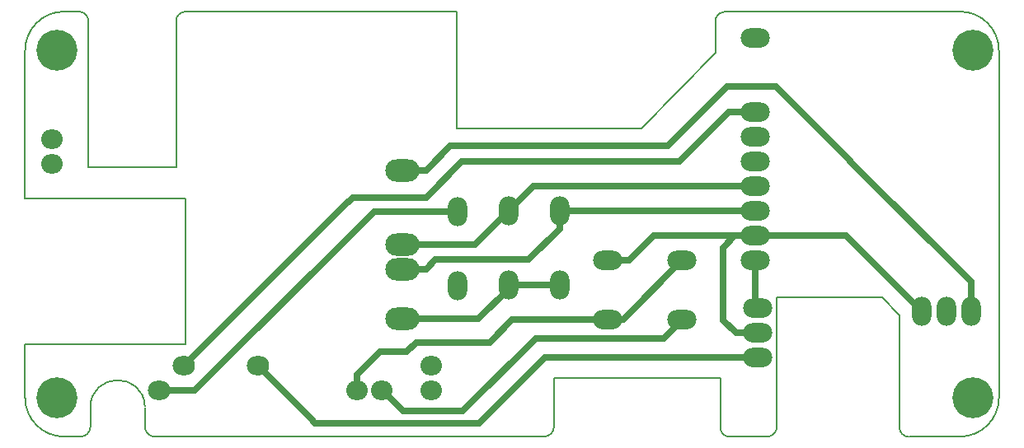
<source format=gtl>
%TF.GenerationSoftware,KiCad,Pcbnew,(5.0.0)*%
%TF.CreationDate,2019-07-02T00:18:45+02:00*%
%TF.ProjectId,Gnu vario V1.9,476E7520766172696F2056312E392E6B,V 1.4*%
%TF.SameCoordinates,Original*%
%TF.FileFunction,Copper,L1,Top,Signal*%
%TF.FilePolarity,Positive*%
%FSLAX46Y46*%
G04 Gerber Fmt 4.6, Leading zero omitted, Abs format (unit mm)*
G04 Created by KiCad (PCBNEW (5.0.0)) date 07/02/19 00:18:45*
%MOMM*%
%LPD*%
G01*
G04 APERTURE LIST*
%ADD10C,0.150000*%
%ADD11O,2.200000X2.000000*%
%ADD12C,4.200000*%
%ADD13O,2.300000X2.000000*%
%ADD14O,3.000000X2.000000*%
%ADD15O,2.000000X3.000000*%
%ADD16O,3.500000X2.300000*%
%ADD17C,0.700000*%
G04 APERTURE END LIST*
D10*
X162700000Y-95300000D02*
X173500000Y-95300000D01*
X162700000Y-108600000D02*
G75*
G02X161700000Y-109600000I-1000000J0D01*
G01*
X176200000Y-109600000D02*
G75*
G02X175300000Y-108700000I0J900000D01*
G01*
X175300000Y-97100000D02*
X175300000Y-108800000D01*
X173500000Y-95300000D02*
X175300000Y-97100000D01*
X162700000Y-95300000D02*
X162700000Y-108600000D01*
X157800000Y-109600000D02*
G75*
G02X156900000Y-108700000I0J900000D01*
G01*
X85500000Y-69900000D02*
X85500000Y-85100000D01*
X102000000Y-100100000D02*
X85500000Y-100100000D01*
X102000000Y-85100000D02*
X102000000Y-100100000D01*
X101000000Y-85100000D02*
X102000000Y-85100000D01*
X101000000Y-85100000D02*
X85500000Y-85100000D01*
X148800000Y-77900000D02*
X156400000Y-70100000D01*
X129800000Y-77900000D02*
X148800000Y-77900000D01*
X129800000Y-65900000D02*
X129800000Y-77900000D01*
X157800000Y-109600000D02*
X161700000Y-109600000D01*
X175700000Y-65900000D02*
X162400000Y-65900000D01*
X162400000Y-65900000D02*
X157400000Y-65900000D01*
X156402857Y-66600886D02*
G75*
G02X157400000Y-65900000I952331J-295115D01*
G01*
X156400000Y-66600000D02*
X156400000Y-70100000D01*
X98800000Y-109600000D02*
G75*
G02X97800000Y-108600000I0J1000000D01*
G01*
X92198215Y-108600000D02*
G75*
G02X91198215Y-109600000I-1000000J0D01*
G01*
X92198215Y-106600000D02*
G75*
G02X97800000Y-106500000I2801785J0D01*
G01*
X97800000Y-108600000D02*
X97800000Y-106600000D01*
X92198215Y-108600000D02*
X92198215Y-106600000D01*
X139800000Y-108600000D02*
G75*
G02X138800000Y-109600000I-1000000J0D01*
G01*
X101000000Y-66900000D02*
G75*
G02X102000000Y-65900000I1000000J0D01*
G01*
X91000000Y-65900000D02*
G75*
G02X92000000Y-66900000I0J-1000000D01*
G01*
X85500000Y-69900000D02*
G75*
G02X89500000Y-65900000I4000000J0D01*
G01*
X89500000Y-109600000D02*
G75*
G02X85500000Y-105600000I0J4000000D01*
G01*
X185500000Y-105600000D02*
G75*
G02X181500000Y-109600000I-4000000J0D01*
G01*
X181500000Y-65900000D02*
G75*
G02X185500000Y-69900000I0J-4000000D01*
G01*
X156900000Y-103600000D02*
X139800000Y-103600000D01*
X139800000Y-103600000D02*
X139800000Y-108600000D01*
X156900000Y-108700000D02*
X156900000Y-103600000D01*
X138800000Y-109600000D02*
X98800000Y-109600000D01*
X181500000Y-109600000D02*
X176300000Y-109600000D01*
X185500000Y-69900000D02*
X185500000Y-105600000D01*
X175700000Y-65900000D02*
X181500000Y-65900000D01*
X102000000Y-65900000D02*
X129800000Y-65900000D01*
X101000000Y-81900000D02*
X101000000Y-66900000D01*
X92000000Y-81900000D02*
X101000000Y-81900000D01*
X92000000Y-66900000D02*
X92000000Y-81900000D01*
X89500000Y-65900000D02*
X91000000Y-65900000D01*
X85500000Y-105600000D02*
X85500000Y-100100000D01*
X91200000Y-109600000D02*
X89500000Y-109600000D01*
D11*
X88260000Y-81580000D03*
X88260000Y-79040000D03*
D12*
X88800000Y-105600000D03*
X88800000Y-69900000D03*
X182800000Y-69900000D03*
X182800000Y-105600000D03*
D11*
X127184546Y-102334532D03*
X127184546Y-104874532D03*
D13*
X99244546Y-104884532D03*
D11*
X122104546Y-104874532D03*
X119564546Y-104874532D03*
D13*
X109404546Y-102334532D03*
X101784546Y-102334532D03*
D14*
X160700000Y-96420000D03*
X160700000Y-101500000D03*
X160700000Y-98960000D03*
X152950000Y-97570000D03*
X145330000Y-97570000D03*
X152950000Y-91510000D03*
X145330000Y-91510000D03*
D15*
X140390000Y-94040000D03*
X140390000Y-86420000D03*
X135130000Y-94040000D03*
X135130000Y-86420000D03*
D16*
X124210000Y-97470000D03*
X124210000Y-92390000D03*
X124210000Y-89850000D03*
X124210000Y-82230000D03*
D15*
X129890000Y-94070000D03*
X129890000Y-86450000D03*
X177580000Y-96740000D03*
X180120000Y-96740000D03*
X182660000Y-96740000D03*
D14*
X160500000Y-91500000D03*
X160500000Y-88960000D03*
X160500000Y-86420000D03*
X160500000Y-83880000D03*
X160500000Y-76260000D03*
X160500000Y-81340000D03*
X160500000Y-78800000D03*
X160500000Y-68640000D03*
D17*
X160700000Y-91700000D02*
X160500000Y-91500000D01*
X160500000Y-96220000D02*
X160700000Y-96420000D01*
X160500000Y-91500000D02*
X160500000Y-96220000D01*
X151800001Y-98719999D02*
X152950000Y-97570000D01*
X122204546Y-104874532D02*
X124330014Y-107000000D01*
X122104546Y-104874532D02*
X122204546Y-104874532D01*
X124330014Y-107000000D02*
X130385774Y-107000000D01*
X130385774Y-107000000D02*
X137915773Y-99470001D01*
X137915773Y-99470001D02*
X151049999Y-99470001D01*
X151049999Y-99470001D02*
X151800001Y-98719999D01*
X146890000Y-97570000D02*
X145330000Y-97570000D01*
X152950000Y-91510000D02*
X146890000Y-97570000D01*
X119564546Y-103248187D02*
X119564546Y-104874532D01*
X121912733Y-100900000D02*
X119564546Y-103248187D01*
X145330000Y-97570000D02*
X135530000Y-97570000D01*
X121912733Y-100900000D02*
X124700000Y-100900000D01*
X124700000Y-100900000D02*
X125700000Y-99900000D01*
X133200000Y-99900000D02*
X135530000Y-97570000D01*
X125700000Y-99900000D02*
X133200000Y-99900000D01*
X160700000Y-101500000D02*
X138850000Y-101500000D01*
X138050000Y-102300000D02*
X138040000Y-102300000D01*
X138850000Y-101500000D02*
X138050000Y-102300000D01*
X114800014Y-107730000D02*
X109404546Y-102334532D01*
X114800014Y-107730000D02*
X114830000Y-107730000D01*
X114830000Y-107730000D02*
X115300000Y-108200000D01*
X132150000Y-108200000D02*
X138050000Y-102300000D01*
X115300000Y-108200000D02*
X132150000Y-108200000D01*
X159063160Y-76260000D02*
X160500000Y-76260000D01*
X128580000Y-83110000D02*
X130360000Y-81330000D01*
X128570000Y-83110000D02*
X128580000Y-83110000D01*
X158300000Y-76260000D02*
X160500000Y-76260000D01*
X157785998Y-76260000D02*
X158300000Y-76260000D01*
X152715998Y-81330000D02*
X157785998Y-76260000D01*
X130360000Y-81330000D02*
X152715998Y-81330000D01*
X101784546Y-102334532D02*
X118669088Y-85449990D01*
X118669088Y-85449990D02*
X118750010Y-85449990D01*
X118750010Y-85449990D02*
X119200000Y-85000000D01*
X126690000Y-85000000D02*
X130360000Y-81330000D01*
X119200000Y-85000000D02*
X126690000Y-85000000D01*
X170240000Y-81270000D02*
X182660000Y-93690000D01*
X182660000Y-96740000D02*
X182660000Y-93690000D01*
X170240000Y-81270000D02*
X170240000Y-81240000D01*
X170240000Y-81240000D02*
X162600000Y-73600000D01*
X162600000Y-73600000D02*
X157600000Y-73600000D01*
X157600000Y-73600000D02*
X151500000Y-79700000D01*
X126660000Y-82230000D02*
X124210000Y-82230000D01*
X129190000Y-79700000D02*
X126660000Y-82230000D01*
X151500000Y-79700000D02*
X129190000Y-79700000D01*
X135130000Y-86420000D02*
X137290000Y-84260000D01*
X137670000Y-83880000D02*
X137290000Y-84260000D01*
X160500000Y-83880000D02*
X137670000Y-83880000D01*
X131700000Y-89850000D02*
X124210000Y-89850000D01*
X135130000Y-86420000D02*
X131700000Y-89850000D01*
X145920000Y-86420000D02*
X160500000Y-86420000D01*
X145920000Y-86420000D02*
X140390000Y-86420000D01*
X140390000Y-88210000D02*
X140390000Y-86420000D01*
X137200000Y-91400000D02*
X140390000Y-88210000D01*
X127650000Y-91400000D02*
X137200000Y-91400000D01*
X126660000Y-92390000D02*
X127650000Y-91400000D01*
X124210000Y-92390000D02*
X126660000Y-92390000D01*
X140390000Y-94040000D02*
X135130000Y-94040000D01*
X135130000Y-94390000D02*
X135130000Y-94040000D01*
X132050000Y-97470000D02*
X135130000Y-94390000D01*
X124210000Y-97470000D02*
X132050000Y-97470000D01*
X162760000Y-88960000D02*
X160500000Y-88960000D01*
X177580000Y-96740000D02*
X169800000Y-88960000D01*
X169800000Y-88960000D02*
X162760000Y-88960000D01*
X159073655Y-98960000D02*
X160700000Y-98960000D01*
X150080000Y-88960000D02*
X151930000Y-88960000D01*
X147530000Y-91510000D02*
X150080000Y-88960000D01*
X145330000Y-91510000D02*
X147530000Y-91510000D01*
X151930000Y-88960000D02*
X151450000Y-88960000D01*
X157200000Y-90160000D02*
X158400000Y-88960000D01*
X157200000Y-97660000D02*
X157200000Y-90160000D01*
X158500000Y-98960000D02*
X157200000Y-97660000D01*
X160700000Y-98960000D02*
X158500000Y-98960000D01*
X160500000Y-88960000D02*
X158400000Y-88960000D01*
X158400000Y-88960000D02*
X151930000Y-88960000D01*
X160400000Y-78900000D02*
X160500000Y-78800000D01*
X121350000Y-86450000D02*
X129890000Y-86450000D01*
X99244546Y-104884532D02*
X102915468Y-104884532D01*
X102915468Y-104884532D02*
X121350000Y-86450000D01*
M02*

</source>
